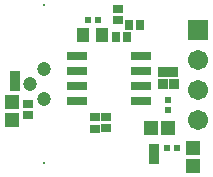
<source format=gts>
G04*
G04 #@! TF.GenerationSoftware,Altium Limited,Altium Designer,22.2.1 (43)*
G04*
G04 Layer_Color=8388736*
%FSAX24Y24*%
%MOIN*%
G70*
G04*
G04 #@! TF.SameCoordinates,E8211669-D0EB-40F5-9659-E9546459CE39*
G04*
G04*
G04 #@! TF.FilePolarity,Negative*
G04*
G01*
G75*
%ADD19R,0.0242X0.0225*%
%ADD20R,0.0225X0.0242*%
%ADD24R,0.0308X0.0324*%
%ADD25R,0.0324X0.0308*%
%ADD26R,0.0324X0.0324*%
%ADD27R,0.0454X0.0474*%
%ADD28R,0.0474X0.0454*%
%ADD29R,0.0324X0.0324*%
%ADD30R,0.0454X0.0454*%
%ADD31R,0.0434X0.0474*%
%ADD32R,0.0690X0.0316*%
%ADD33C,0.0080*%
%ADD34C,0.0474*%
%ADD35C,0.0671*%
%ADD36R,0.0671X0.0671*%
D19*
X025696Y019913D02*
D03*
X025358D02*
D03*
X022711Y024197D02*
D03*
X023048D02*
D03*
D20*
X025394Y021527D02*
D03*
Y021190D02*
D03*
D24*
X024004Y023622D02*
D03*
X023634D02*
D03*
X024092Y024030D02*
D03*
X024462D02*
D03*
D25*
X023715Y024187D02*
D03*
Y024557D02*
D03*
X020700Y021378D02*
D03*
Y021008D02*
D03*
X023314Y020567D02*
D03*
Y020937D02*
D03*
X022930Y020565D02*
D03*
Y020935D02*
D03*
D26*
X025551Y022441D02*
D03*
X025197D02*
D03*
X025571Y022047D02*
D03*
X025217D02*
D03*
D27*
X024803Y020571D02*
D03*
X025394D02*
D03*
D28*
X020186Y020852D02*
D03*
Y021443D02*
D03*
D29*
X020276Y022323D02*
D03*
Y021969D02*
D03*
X024927Y019535D02*
D03*
Y019890D02*
D03*
D30*
X026227Y019908D02*
D03*
Y019317D02*
D03*
D31*
X022538Y023692D02*
D03*
X023167D02*
D03*
D32*
X024488Y021494D02*
D03*
Y021994D02*
D03*
Y022494D02*
D03*
Y022994D02*
D03*
X022362Y021494D02*
D03*
Y021994D02*
D03*
Y022494D02*
D03*
Y022994D02*
D03*
D33*
X021260Y024685D02*
D03*
Y019409D02*
D03*
D34*
Y021555D02*
D03*
X020768Y022047D02*
D03*
X021260Y022539D02*
D03*
D35*
X026378Y020835D02*
D03*
Y021835D02*
D03*
Y022835D02*
D03*
D36*
Y023835D02*
D03*
M02*

</source>
